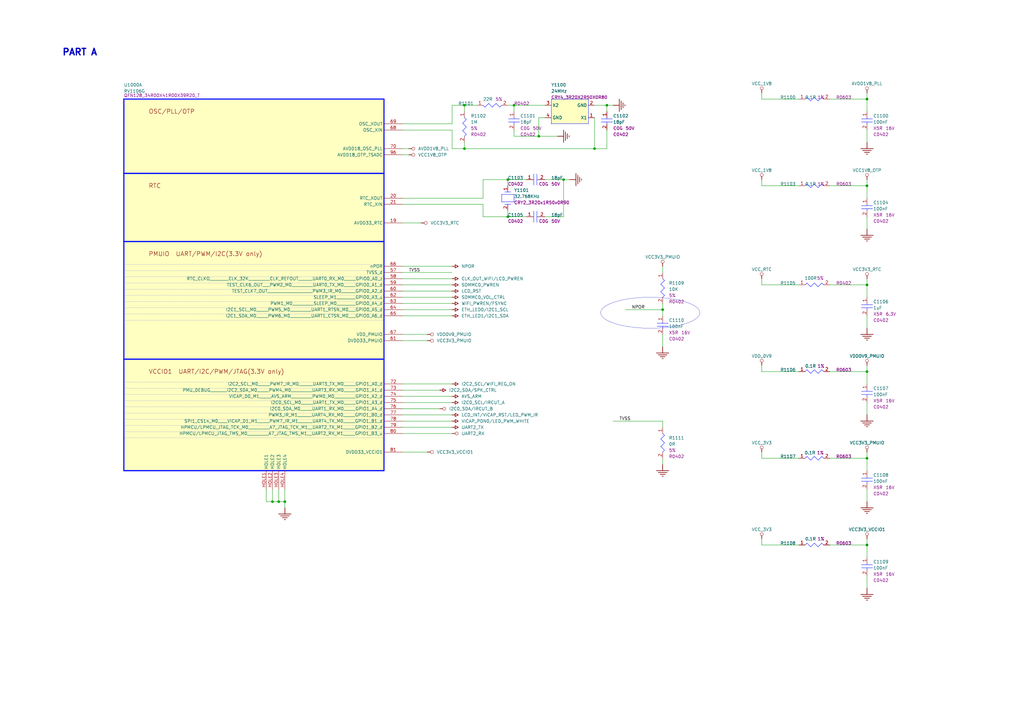
<source format=kicad_sch>
(kicad_sch (version 20250114) (generator "eeschema") (generator_version "9.0")
  (paper "User" 419.989 297.002)
  (bezier (pts (xy 246.38 128.27) (xy 246.38 131.777) (xy 255.4775 134.62) (xy 266.7 134.62)) (stroke (width 0.0254)))
  (bezier (pts (xy 266.7 121.92) (xy 255.4775 121.92) (xy 246.38 124.7629) (xy 246.38 128.27)) (stroke (width 0.0254)))
  (bezier (pts (xy 266.7 134.62) (xy 277.9224 134.62) (xy 287.02 131.777) (xy 287.02 128.27)) (stroke (width 0.0254)))
  (bezier (pts (xy 287.02 128.27) (xy 287.02 124.7629) (xy 277.9224 121.92) (xy 266.7 121.92)) (stroke (width 0.0254)))
  (text "PART A" (at 25.4 23.114 0) (effects (font (size 2.667 2.667) (thickness 0.5334) (bold yes)) (justify left bottom)))
  (junction (at 355.6 152.4))
  (junction (at 355.6 40.64))
  (junction (at 190.5 60.96))
  (junction (at 355.6 116.84))
  (junction (at 271.78 127))
  (junction (at 248.92 43.18))
  (junction (at 111.76 205.74))
  (junction (at 243.84 60.96))
  (junction (at 355.6 223.52))
  (junction (at 208.28 88.9))
  (junction (at 190.5 43.18))
  (junction (at 116.84 205.74))
  (junction (at 114.3 205.74))
  (junction (at 355.6 187.96))
  (junction (at 355.6 76.2))
  (junction (at 231.14 73.66))
  (junction (at 208.28 73.66))
  (junction (at 210.82 43.18))
  (junction (at 220.98 55.88))
  (wire (pts (xy 271.78 129.54) (xy 271.78 127)))
  (wire (pts (xy 165.1 116.84) (xy 185.42 116.84)))
  (wire (pts (xy 165.1 157.48) (xy 185.42 157.48)))
  (wire (pts (xy 165.1 119.38) (xy 185.42 119.38)))
  (wire (pts (xy 198.12 73.66) (xy 208.28 73.66)))
  (wire (pts (xy 327.66 152.4) (xy 312.42 152.4)))
  (wire (pts (xy 165.1 81.28) (xy 198.12 81.28)))
  (wire (pts (xy 165.1 63.5) (xy 167.64 63.5)))
  (wire (pts (xy 312.42 187.96) (xy 312.42 185.42)))
  (wire (pts (xy 165.1 50.8) (xy 185.42 50.8)))
  (wire (pts (xy 165.1 53.34) (xy 185.42 53.34)))
  (wire (pts (xy 355.6 228.6) (xy 355.6 223.52)))
  (wire (pts (xy 210.82 45.72) (xy 210.82 43.18)))
  (wire (pts (xy 271.78 142.24) (xy 271.78 137.16)))
  (wire (pts (xy 215.9 88.9) (xy 208.28 88.9)))
  (wire (pts (xy 165.1 160.02) (xy 180.34 160.02)))
  (wire (pts (xy 109.22 205.74) (xy 111.76 205.74)))
  (wire (pts (xy 190.5 60.96) (xy 190.5 58.42)))
  (wire (pts (xy 355.6 149.86) (xy 355.6 152.4)))
  (wire (pts (xy 165.1 165.1) (xy 185.42 165.1)))
  (wire (pts (xy 116.84 208.28) (xy 116.84 205.74)))
  (wire (pts (xy 271.78 172.72) (xy 251.46 172.72)))
  (wire (pts (xy 190.5 45.72) (xy 190.5 43.18)))
  (wire (pts (xy 223.52 48.26) (xy 220.98 48.26)))
  (wire (pts (xy 355.6 58.42) (xy 355.6 53.34)))
  (wire (pts (xy 116.84 205.74) (xy 116.84 200.66)))
  (wire (pts (xy 248.92 53.34) (xy 248.92 60.96)))
  (wire (pts (xy 185.42 60.96) (xy 190.5 60.96)))
  (wire (pts (xy 355.6 116.84) (xy 340.36 116.84)))
  (wire (pts (xy 243.84 43.18) (xy 248.92 43.18)))
  (wire (pts (xy 165.1 139.7) (xy 175.26 139.7)))
  (wire (pts (xy 111.76 200.66) (xy 111.76 205.74)))
  (wire (pts (xy 114.3 200.66) (xy 114.3 205.74)))
  (wire (pts (xy 355.6 45.72) (xy 355.6 40.64)))
  (wire (pts (xy 312.42 152.4) (xy 312.42 149.86)))
  (wire (pts (xy 355.6 121.92) (xy 355.6 116.84)))
  (wire (pts (xy 355.6 76.2) (xy 355.6 73.66)))
  (wire (pts (xy 312.42 223.52) (xy 312.42 220.98)))
  (wire (pts (xy 228.6 55.88) (xy 220.98 55.88)))
  (wire (pts (xy 165.1 121.92) (xy 185.42 121.92)))
  (wire (pts (xy 165.1 172.72) (xy 185.42 172.72)))
  (wire (pts (xy 223.52 73.66) (xy 231.14 73.66)))
  (wire (pts (xy 355.6 241.3) (xy 355.6 236.22)))
  (wire (pts (xy 355.6 157.48) (xy 355.6 152.4)))
  (wire (pts (xy 165.1 185.42) (xy 175.26 185.42)))
  (wire (pts (xy 248.92 43.18) (xy 248.92 45.72)))
  (wire (pts (xy 208.28 88.9) (xy 208.28 86.36)))
  (wire (pts (xy 355.6 205.74) (xy 355.6 200.66)))
  (wire (pts (xy 111.76 205.74) (xy 114.3 205.74)))
  (wire (pts (xy 231.14 73.66) (xy 233.68 73.66)))
  (wire (pts (xy 355.6 223.52) (xy 340.36 223.52)))
  (wire (pts (xy 210.82 55.88) (xy 210.82 53.34)))
  (wire (pts (xy 165.1 170.18) (xy 185.42 170.18)))
  (wire (pts (xy 185.42 111.76) (xy 165.1 111.76)))
  (wire (pts (xy 271.78 175.26) (xy 271.78 172.72)))
  (wire (pts (xy 355.6 170.18) (xy 355.6 165.1)))
  (wire (pts (xy 208.28 43.18) (xy 210.82 43.18)))
  (wire (pts (xy 210.82 43.18) (xy 223.52 43.18)))
  (wire (pts (xy 165.1 124.46) (xy 185.42 124.46)))
  (wire (pts (xy 165.1 91.44) (xy 172.72 91.44)))
  (wire (pts (xy 231.14 73.66) (xy 231.14 88.9)))
  (wire (pts (xy 327.66 116.84) (xy 312.42 116.84)))
  (wire (pts (xy 165.1 109.22) (xy 185.42 109.22)))
  (wire (pts (xy 327.66 187.96) (xy 312.42 187.96)))
  (wire (pts (xy 165.1 127) (xy 185.42 127)))
  (wire (pts (xy 355.6 193.04) (xy 355.6 187.96)))
  (wire (pts (xy 355.6 76.2) (xy 340.36 76.2)))
  (wire (pts (xy 355.6 38.1) (xy 355.6 40.64)))
  (wire (pts (xy 185.42 53.34) (xy 185.42 60.96)))
  (wire (pts (xy 327.66 40.64) (xy 312.42 40.64)))
  (wire (pts (xy 243.84 60.96) (xy 243.84 48.26)))
  (wire (pts (xy 327.66 223.52) (xy 312.42 223.52)))
  (wire (pts (xy 312.42 116.84) (xy 312.42 114.3)))
  (wire (pts (xy 165.1 114.3) (xy 185.42 114.3)))
  (wire (pts (xy 215.9 73.66) (xy 208.28 73.66)))
  (wire (pts (xy 220.98 55.88) (xy 210.82 55.88)))
  (wire (pts (xy 355.6 152.4) (xy 340.36 152.4)))
  (wire (pts (xy 165.1 175.26) (xy 185.42 175.26)))
  (wire (pts (xy 312.42 40.64) (xy 312.42 38.1)))
  (wire (pts (xy 355.6 185.42) (xy 355.6 187.96)))
  (wire (pts (xy 198.12 81.28) (xy 198.12 73.66)))
  (wire (pts (xy 355.6 88.9) (xy 355.6 93.98)))
  (wire (pts (xy 231.14 88.9) (xy 223.52 88.9)))
  (wire (pts (xy 185.42 43.18) (xy 190.5 43.18)))
  (wire (pts (xy 271.78 127) (xy 256.54 127)))
  (wire (pts (xy 198.12 88.9) (xy 198.12 83.82)))
  (wire (pts (xy 355.6 134.62) (xy 355.6 129.54)))
  (wire (pts (xy 355.6 114.3) (xy 355.6 116.84)))
  (wire (pts (xy 114.3 205.74) (xy 116.84 205.74)))
  (wire (pts (xy 220.98 48.26) (xy 220.98 55.88)))
  (wire (pts (xy 165.1 137.16) (xy 175.26 137.16)))
  (wire (pts (xy 271.78 111.76) (xy 271.78 109.22)))
  (wire (pts (xy 355.6 40.64) (xy 340.36 40.64)))
  (wire (pts (xy 185.42 50.8) (xy 185.42 43.18)))
  (wire (pts (xy 271.78 190.5) (xy 271.78 187.96)))
  (wire (pts (xy 208.28 73.66) (xy 208.28 76.2)))
  (wire (pts (xy 198.12 83.82) (xy 165.1 83.82)))
  (wire (pts (xy 251.46 43.18) (xy 248.92 43.18)))
  (wire (pts (xy 355.6 81.28) (xy 355.6 76.2)))
  (wire (pts (xy 109.22 200.66) (xy 109.22 205.74)))
  (wire (pts (xy 355.6 187.96) (xy 340.36 187.96)))
  (wire (pts (xy 327.66 76.2) (xy 312.42 76.2)))
  (wire (pts (xy 312.42 76.2) (xy 312.42 73.66)))
  (wire (pts (xy 271.78 127) (xy 271.78 124.46)))
  (wire (pts (xy 208.28 88.9) (xy 198.12 88.9)))
  (wire (pts (xy 165.1 162.56) (xy 185.42 162.56)))
  (wire (pts (xy 165.1 129.54) (xy 185.42 129.54)))
  (wire (pts (xy 248.92 60.96) (xy 243.84 60.96)))
  (wire (pts (xy 190.5 43.18) (xy 195.58 43.18)))
  (wire (pts (xy 355.6 223.52) (xy 355.6 220.98)))
  (wire (pts (xy 165.1 177.8) (xy 185.42 177.8)))
  (wire (pts (xy 243.84 60.96) (xy 190.5 60.96)))
  (wire (pts (xy 165.1 167.64) (xy 180.34 167.64)))
  (wire (pts (xy 165.1 60.96) (xy 167.64 60.96)))
  (label "TVSS" (at 254 172.72 0))
  (label "NPOR" (at 259.08 127 0))
  (label "TVSS" (at 167.64 111.76 0))
  (symbol (lib_id "RV1106G_EVB1_V11_20220401LX-altium-import:I2C2_SDA/SPK_CTRL_ARROW") (at 180.34 160.02 90) (unit 1)
    (property "Reference" "#PWR?" (effects (hide yes)))
    (property "Value" "I2C2_SDA/SPK_CTRL" (at 184.15 160.02 90) (effects (justify right)))
  )
  (symbol (lib_id "RV1106G_EVB1_V11_20220401LX-altium-import:GND_POWER_GROUND") (at 116.84 208.28 0) (unit 1)
    (property "Reference" "#PWR?" (effects (hide yes)))
    (property "Value" "GND" (effects (hide yes)))
  )
  (symbol (lib_id "RV1106G_EVB1_V11_20220401LX-altium-import:VDD_0V9_CIRCLE") (at 312.42 149.86 180) (unit 1)
    (property "Reference" "#PWR?" (effects (hide yes)))
    (property "Value" "VDD_0V9" (at 312.42 146.05 0))
  )
  (symbol (lib_id "*:root_1_CAP NP_*") (at 218.44 91.44 0) (unit 1)
    (property "Reference" "C1105" (at 208.28 88.9 0) (effects (justify left bottom)))
    (property "Value" "18pF" (at 226.06 88.9 0) (effects (justify left bottom)))
    (property "Footprint" "C0402" (effects (hide yes)))
    (property "Description" "cap,18.00pF,+/-5%,50V,C0G,C0402" (effects (hide yes)))
    (property "DIELECTRIC" "C0G" (at 220.98 91.44 0) (effects (justify left bottom)))
    (property "PCB FOOTPRINT" "C0402" (at 208.28 91.44 0) (effects (justify left bottom)))
    (property "VOLTAGE" "50V" (at 226.06 91.44 0) (effects (justify left bottom)))
    (property "CREATED BY" "JJJ" (effects (hide yes)))
    (property "MANUFACTURER PN" "C1005C0G1H180J050BA" (effects (hide yes)))
    (property "MANUFACTURER" "TDK" (effects (hide yes)))
    (property "TOLERANCE" "5%" (effects (hide yes)))
    (property "PART TYPE" "C0402" (effects (hide yes)))
    (property "PRIORITY" "A" (effects (hide yes)))
    (property "RK PN" "C1005C0G1H180J050BA" (effects (hide yes)))
  )
  (symbol (lib_id "*:root_0_RESISTOR_Dup1_*") (at 269.24 114.3 0) (unit 1)
    (property "Reference" "R1109" (at 274.32 116.84 0) (effects (justify left bottom)))
    (property "Value" "10K" (at 274.32 119.38 0) (effects (justify left bottom)))
    (property "Footprint" "R0402" (effects (hide yes)))
    (property "Description" "通用厚膜电阻,10K,+/-5%,R0402,1/16W." (effects (hide yes)))
    (property "PCB FOOTPRINT" "R0402" (at 274.32 124.46 0) (effects (justify left bottom)))
    (property "TOLERANCE" "5%" (at 274.32 121.92 0) (effects (justify left bottom)))
    (property "RK PN" "RC0402JR-0710KL" (effects (hide yes)))
    (property "PRIORITY" "A" (effects (hide yes)))
    (property "PART TYPE" "通用厚膜电阻" (effects (hide yes)))
    (property "WATTAGE" "1/16W" (effects (hide yes)))
    (property "MANUFACTURER" "YAGEO" (effects (hide yes)))
    (property "MANUFACTURER PN" "RC0402JR-0710KL" (effects (hide yes)))
    (property "CREATED BY" "YTL" (effects (hide yes)))
  )
  (symbol (lib_id "*:root_1_RESISTOR_Dup1_*") (at 330.2 226.06 0) (unit 1)
    (property "Reference" "R1108" (at 320.04 223.52 0) (effects (justify left bottom)))
    (property "Value" "0.1R" (at 330.2 221.742 0) (effects (justify left bottom)))
    (property "Footprint" "R0402" (effects (hide yes)))
    (property "Description" "厚膜低阻值电阻,0R1,+/-1%,R0603,1/10W." (effects (hide yes)))
    (property "PCB FOOTPRINT" "R0603" (at 342.9 223.52 0) (effects (justify left bottom)))
    (property "TOLERANCE" "1%" (at 335.28 221.742 0) (effects (justify left bottom)))
    (property "CREATED BY" "YTL" (effects (hide yes)))
    (property "MANUFACTURER PN" "RL0603FR-070R1L" (effects (hide yes)))
    (property "MANUFACTURER" "YAGEO" (effects (hide yes)))
    (property "WATTAGE" "1/10W" (effects (hide yes)))
    (property "PART TYPE" "厚膜低阻值电阻" (effects (hide yes)))
    (property "PRIORITY" "A" (effects (hide yes)))
    (property "RK PN" "RL0603FR-070R1L" (effects (hide yes)))
  )
  (symbol (lib_id "RV1106G_EVB1_V11_20220401LX-altium-import:I2C0_SCL/IRCUT_A_ARROW") (at 185.42 165.1 90) (unit 1)
    (property "Reference" "#PWR?" (effects (hide yes)))
    (property "Value" "I2C0_SCL/IRCUT_A" (at 189.23 165.1 90) (effects (justify right)))
  )
  (symbol (lib_id "*:root_0_CAP NP_*") (at 269.24 132.08 0) (unit 1)
    (property "Reference" "C1110" (at 274.32 132.08 0) (effects (justify left bottom)))
    (property "Value" "100nF" (at 274.32 134.62 0) (effects (justify left bottom)))
    (property "Footprint" "C0402" (effects (hide yes)))
    (property "Description" "cap,100.00nF,+/-10%,16V,X5R,C0402" (effects (hide yes)))
    (property "DIELECTRIC" "X5R" (at 274.32 137.16 0) (effects (justify left bottom)))
    (property "PCB FOOTPRINT" "C0402" (at 274.32 139.7 0) (effects (justify left bottom)))
    (property "VOLTAGE" "16V" (at 279.4 137.16 0) (effects (justify left bottom)))
    (property "RK PN" "C1005X5R1C104K050BA" (effects (hide yes)))
    (property "PRIORITY" "A" (effects (hide yes)))
    (property "PART TYPE" "C0402" (effects (hide yes)))
    (property "TOLERANCE" "10%" (effects (hide yes)))
    (property "MANUFACTURER" "TDK" (effects (hide yes)))
    (property "MANUFACTURER PN" "C1005X5R1C104K050BA" (effects (hide yes)))
    (property "CREATED BY" "JJJ" (effects (hide yes)))
  )
  (symbol (lib_id "RV1106G_EVB1_V11_20220401LX-altium-import:AVS_ARM_ARROW") (at 185.42 162.56 90) (unit 1)
    (property "Reference" "#PWR?" (effects (hide yes)))
    (property "Value" "AVS_ARM" (at 189.23 162.56 90) (effects (justify right)))
  )
  (symbol (lib_id "RV1106G_EVB1_V11_20220401LX-altium-import:VCC3V3_RTC_CIRCLE") (at 172.72 91.44 90) (unit 1)
    (property "Reference" "#PWR?" (effects (hide yes)))
    (property "Value" "VCC3V3_RTC" (at 176.53 91.44 90) (effects (justify right)))
  )
  (symbol (lib_id "*:root_2_CRYSTAL_4P_*") (at 241.3 50.8 0) (unit 1)
    (property "Reference" "Y1100" (at 226.06 35.56 0) (effects (justify left bottom)))
    (property "Value" "24MHz" (at 226.06 38.1 0) (effects (justify left bottom)))
    (property "Footprint" "CRY-3225" (effects (hide yes)))
    (property "Description" "无源晶振，24M，3225,±10ppm，12pF，Hosonic" (effects (hide yes)))
    (property "PCB FOOTPRINT" "CRY4_3R20X2R50X0R80" (at 226.06 40.64 0) (effects (justify left bottom)))
    (property "RK PN" "E3SB24.0000F12E11" (effects (hide yes)))
    (property "PRIORITY" "A" (effects (hide yes)))
    (property "PART TYPE" "CRYSTAL" (effects (hide yes)))
    (property "MANUFACTURER" "Hosonic(鸿星电子)" (effects (hide yes)))
    (property "MANUFACTURER PN" "E3SB24.0000F12E11" (effects (hide yes)))
    (property "CREATED BY" "JJJ" (effects (hide yes)))
  )
  (symbol (lib_id "*:root_0_CAP NP_*") (at 353.06 160.02 0) (unit 1)
    (property "Reference" "C1107" (at 358.14 160.02 0) (effects (justify left bottom)))
    (property "Value" "100nF" (at 358.14 162.56 0) (effects (justify left bottom)))
    (property "Footprint" "C0402" (effects (hide yes)))
    (property "Description" "cap,100.00nF,+/-10%,16V,X5R,C0402" (effects (hide yes)))
    (property "DIELECTRIC" "X5R" (at 358.14 165.1 0) (effects (justify left bottom)))
    (property "PCB FOOTPRINT" "C0402" (at 358.14 167.64 0) (effects (justify left bottom)))
    (property "VOLTAGE" "16V" (at 363.22 165.1 0) (effects (justify left bottom)))
    (property "RK PN" "C1005X5R1C104K050BA" (effects (hide yes)))
    (property "PRIORITY" "A" (effects (hide yes)))
    (property "PART TYPE" "C0402" (effects (hide yes)))
    (property "TOLERANCE" "10%" (effects (hide yes)))
    (property "MANUFACTURER" "TDK" (effects (hide yes)))
    (property "MANUFACTURER PN" "C1005X5R1C104K050BA" (effects (hide yes)))
    (property "CREATED BY" "JJJ" (effects (hide yes)))
  )
  (symbol (lib_id "RV1106G_EVB1_V11_20220401LX-altium-import:VCC_3V3_CIRCLE") (at 312.42 220.98 180) (unit 1)
    (property "Reference" "#PWR?" (effects (hide yes)))
    (property "Value" "VCC_3V3" (at 312.42 217.17 0))
  )
  (symbol (lib_id "RV1106G_EVB1_V11_20220401LX-altium-import:GND_POWER_GROUND") (at 355.6 93.98 0) (unit 1)
    (property "Reference" "#PWR?" (effects (hide yes)))
    (property "Value" "GND" (effects (hide yes)))
  )
  (symbol (lib_id "RV1106G_EVB1_V11_20220401LX-altium-import:SDMMC0_VOL_CTRL_ARROW") (at 185.42 121.92 90) (unit 1)
    (property "Reference" "#PWR?" (effects (hide yes)))
    (property "Value" "SDMMC0_VOL_CTRL" (at 189.23 121.92 90) (effects (justify right)))
  )
  (symbol (lib_id "*:root_0_CAP NP_*") (at 353.06 231.14 0) (unit 1)
    (property "Reference" "C1109" (at 358.14 231.14 0) (effects (justify left bottom)))
    (property "Value" "100nF" (at 358.14 233.68 0) (effects (justify left bottom)))
    (property "Footprint" "C0402" (effects (hide yes)))
    (property "Description" "cap,100.00nF,+/-10%,16V,X5R,C0402" (effects (hide yes)))
    (property "DIELECTRIC" "X5R" (at 358.14 236.22 0) (effects (justify left bottom)))
    (property "PCB FOOTPRINT" "C0402" (at 358.14 238.76 0) (effects (justify left bottom)))
    (property "VOLTAGE" "16V" (at 363.22 236.22 0) (effects (justify left bottom)))
    (property "RK PN" "C1005X5R1C104K050BA" (effects (hide yes)))
    (property "PRIORITY" "A" (effects (hide yes)))
    (property "PART TYPE" "C0402" (effects (hide yes)))
    (property "TOLERANCE" "10%" (effects (hide yes)))
    (property "MANUFACTURER" "TDK" (effects (hide yes)))
    (property "MANUFACTURER PN" "C1005X5R1C104K050BA" (effects (hide yes)))
    (property "CREATED BY" "JJJ" (effects (hide yes)))
  )
  (symbol (lib_id "RV1106G_EVB1_V11_20220401LX-altium-import:VDD0V9_PMUIO_CIRCLE") (at 175.26 137.16 90) (unit 1)
    (property "Reference" "#PWR?" (effects (hide yes)))
    (property "Value" "VDD0V9_PMUIO" (at 179.07 137.16 90) (effects (justify right)))
  )
  (symbol (lib_name "root_1_RESISTOR_Dup1_*_1") (lib_id "*:root_1_RESISTOR_Dup1_*") (at 330.2 119.38 0) (unit 1)
    (property "Reference" "R1105" (at 320.04 116.84 0) (effects (justify left bottom)))
    (property "Value" "100R" (at 329.946 114.808 0) (effects (justify left bottom)))
    (property "Footprint" "R0402" (effects (hide yes)))
    (property "Description" "通用厚膜电阻,100R,+/-5%,R0402,1/16W." (effects (hide yes)))
    (property "PCB FOOTPRINT" "R0402" (at 342.9 116.84 0) (effects (justify left bottom)))
    (property "TOLERANCE" "5%" (at 335.026 114.808 0) (effects (justify left bottom)))
    (property "RK PN" "RC0402JR-07100RL" (effects (hide yes)))
    (property "PRIORITY" "A" (effects (hide yes)))
    (property "PART TYPE" "通用厚膜电阻" (effects (hide yes)))
    (property "WATTAGE" "1/16W" (effects (hide yes)))
    (property "MANUFACTURER" "YAGEO" (effects (hide yes)))
    (property "MANUFACTURER PN" "RC0402JR-07100RL" (effects (hide yes)))
    (property "CREATED BY" "YTL" (effects (hide yes)))
  )
  (symbol (lib_id "*:root_0_CAP NP_*") (at 353.06 195.58 0) (unit 1)
    (property "Reference" "C1108" (at 358.14 195.58 0) (effects (justify left bottom)))
    (property "Value" "100nF" (at 358.14 198.12 0) (effects (justify left bottom)))
    (property "Footprint" "C0402" (effects (hide yes)))
    (property "Description" "cap,100.00nF,+/-10%,16V,X5R,C0402" (effects (hide yes)))
    (property "DIELECTRIC" "X5R" (at 358.14 200.66 0) (effects (justify left bottom)))
    (property "PCB FOOTPRINT" "C0402" (at 358.14 203.2 0) (effects (justify left bottom)))
    (property "VOLTAGE" "16V" (at 363.22 200.66 0) (effects (justify left bottom)))
    (property "RK PN" "C1005X5R1C104K050BA" (effects (hide yes)))
    (property "PRIORITY" "A" (effects (hide yes)))
    (property "PART TYPE" "C0402" (effects (hide yes)))
    (property "TOLERANCE" "10%" (effects (hide yes)))
    (property "MANUFACTURER" "TDK" (effects (hide yes)))
    (property "MANUFACTURER PN" "C1005X5R1C104K050BA" (effects (hide yes)))
    (property "CREATED BY" "JJJ" (effects (hide yes)))
  )
  (symbol (lib_id "*:root_1_RESISTOR_Dup1_*") (at 330.2 190.5 0) (unit 1)
    (property "Reference" "R1107" (at 320.04 187.96 0) (effects (justify left bottom)))
    (property "Value" "0.1R" (at 329.946 186.436 0) (effects (justify left bottom)))
    (property "Footprint" "R0402" (effects (hide yes)))
    (property "Description" "厚膜低阻值电阻,0R1,+/-1%,R0603,1/10W." (effects (hide yes)))
    (property "PCB FOOTPRINT" "R0603" (at 342.9 187.96 0) (effects (justify left bottom)))
    (property "TOLERANCE" "1%" (at 335.026 186.436 0) (effects (justify left bottom)))
    (property "RK PN" "RL0603FR-070R1L" (effects (hide yes)))
    (property "PRIORITY" "A" (effects (hide yes)))
    (property "PART TYPE" "厚膜低阻值电阻" (effects (hide yes)))
    (property "WATTAGE" "1/10W" (effects (hide yes)))
    (property "MANUFACTURER" "YAGEO" (effects (hide yes)))
    (property "MANUFACTURER PN" "RL0603FR-070R1L" (effects (hide yes)))
    (property "CREATED BY" "YTL" (effects (hide yes)))
  )
  (symbol (lib_id "RV1106G_EVB1_V11_20220401LX-altium-import:AVDD1V8_PLL_CIRCLE") (at 355.6 38.1 180) (unit 1)
    (property "Reference" "#PWR?" (effects (hide yes)))
    (property "Value" "AVDD1V8_PLL" (at 355.6 34.29 0))
  )
  (symbol (lib_id "*:root_1_RESISTOR_Dup1_*") (at 330.2 78.74 0) (unit 1)
    (property "Reference" "R1103" (at 320.04 76.2 0) (effects (justify left bottom)))
    (property "Value" "0.1R" (at 330.2 76.2 0) (effects (justify left bottom)))
    (property "Footprint" "R0402" (effects (hide yes)))
    (property "Description" "厚膜低阻值电阻,0R1,+/-1%,R0603,1/10W." (effects (hide yes)))
    (property "PCB FOOTPRINT" "R0603" (at 342.9 76.2 0) (effects (justify left bottom)))
    (property "TOLERANCE" "1%" (at 335.28 76.2 0) (effects (justify left bottom)))
    (property "RK PN" "RL0603FR-070R1L" (effects (hide yes)))
    (property "PRIORITY" "A" (effects (hide yes)))
    (property "PART TYPE" "厚膜低阻值电阻" (effects (hide yes)))
    (property "WATTAGE" "1/10W" (effects (hide yes)))
    (property "MANUFACTURER" "YAGEO" (effects (hide yes)))
    (property "MANUFACTURER PN" "RL0603FR-070R1L" (effects (hide yes)))
    (property "CREATED BY" "YTL" (effects (hide yes)))
  )
  (symbol (lib_id "RV1106G_EVB1_V11_20220401LX-altium-import:VCC1V8_OTP_CIRCLE") (at 355.6 73.66 180) (unit 1)
    (property "Reference" "#PWR?" (effects (hide yes)))
    (property "Value" "VCC1V8_OTP" (at 355.6 69.85 0))
  )
  (symbol (lib_id "RV1106G_EVB1_V11_20220401LX-altium-import:VCC_1V8_CIRCLE") (at 312.42 73.66 180) (unit 1)
    (property "Reference" "#PWR?" (effects (hide yes)))
    (property "Value" "VCC_1V8" (at 312.42 69.85 0))
  )
  (symbol (lib_id "RV1106G_EVB1_V11_20220401LX-altium-import:SDMMC0_PWREN_ARROW") (at 185.42 116.84 90) (unit 1)
    (property "Reference" "#PWR?" (effects (hide yes)))
    (property "Value" "SDMMC0_PWREN" (at 189.23 116.84 90) (effects (justify right)))
  )
  (symbol (lib_id "RV1106G_EVB1_V11_20220401LX-altium-import:GND_POWER_GROUND") (at 355.6 170.18 0) (unit 1)
    (property "Reference" "#PWR?" (effects (hide yes)))
    (property "Value" "GND" (effects (hide yes)))
  )
  (symbol (lib_id "RV1106G_EVB1_V11_20220401LX-altium-import:LCD_RST_ARROW") (at 185.42 119.38 90) (unit 1)
    (property "Reference" "#PWR?" (effects (hide yes)))
    (property "Value" "LCD_RST" (at 189.23 119.38 90) (effects (justify right)))
  )
  (symbol (lib_id "RV1106G_EVB1_V11_20220401LX-altium-import:GND_POWER_GROUND") (at 355.6 241.3 0) (unit 1)
    (property "Reference" "#PWR?" (effects (hide yes)))
    (property "Value" "GND" (effects (hide yes)))
  )
  (symbol (lib_id "RV1106G_EVB1_V11_20220401LX-altium-import:CLK_OUT_WIFI/LCD_PWREN_ARROW") (at 185.42 114.3 90) (unit 1)
    (property "Reference" "#PWR?" (effects (hide yes)))
    (property "Value" "CLK_OUT_WIFI/LCD_PWREN" (at 189.23 114.3 90) (effects (justify right)))
  )
  (symbol (lib_id "RV1106G_EVB1_V11_20220401LX-altium-import:UART2_RX_CIRCLE") (at 185.42 177.8 90) (unit 1)
    (property "Reference" "#PWR?" (effects (hide yes)))
    (property "Value" "UART2_RX" (at 189.23 177.8 90) (effects (justify right)))
  )
  (symbol (lib_id "RV1106G_EVB1_V11_20220401LX-altium-import:VCC1V8_OTP_CIRCLE") (at 167.64 63.5 90) (unit 1)
    (property "Reference" "#PWR?" (effects (hide yes)))
    (property "Value" "VCC1V8_OTP" (at 171.45 63.5 90) (effects (justify right)))
  )
  (symbol (lib_id "RV1106G_EVB1_V11_20220401LX-altium-import:WIFI_PWREN/FSYNC_ARROW") (at 185.42 124.46 90) (unit 1)
    (property "Reference" "#PWR?" (effects (hide yes)))
    (property "Value" "WIFI_PWREN/FSYNC" (at 189.23 124.46 90) (effects (justify right)))
  )
  (symbol (lib_name "root_0_RESISTOR_Dup1_*_1") (lib_id "*:root_0_RESISTOR_Dup1_*") (at 269.24 177.8 0) (unit 1)
    (property "Reference" "R1111" (at 274.32 180.34 0) (effects (justify left bottom)))
    (property "Value" "0R" (at 274.32 182.88 0) (effects (justify left bottom)))
    (property "Footprint" "R0402" (effects (hide yes)))
    (property "Description" "通用厚膜电阻,0R,+/-5%,R0402,1/16W." (effects (hide yes)))
    (property "PCB FOOTPRINT" "R0402" (at 274.32 187.96 0) (effects (justify left bottom)))
    (property "TOLERANCE" "5%" (at 274.32 185.42 0) (effects (justify left bottom)))
    (property "CREATED BY" "YTL" (effects (hide yes)))
    (property "MANUFACTURER PN" "RC0402JR-070RL" (effects (hide yes)))
    (property "MANUFACTURER" "YAGEO" (effects (hide yes)))
    (property "WATTAGE" "1/16W" (effects (hide yes)))
    (property "PART TYPE" "通用厚膜电阻" (effects (hide yes)))
    (property "PRIORITY" "A" (effects (hide yes)))
    (property "RK PN" "RC0402JR-070RL" (effects (hide yes)))
  )
  (symbol (lib_id "*:root_3_mirrored_CRYSTAL_2P_*") (at 205.74 78.74 0) (unit 1)
    (property "Reference" "Y1101" (at 210.82 78.74 0) (effects (justify left bottom)))
    (property "Value" "32.768KHz" (at 210.82 81.28 0) (effects (justify left bottom)))
    (property "Footprint" "CRY2_3R20x1R50x0R90" (effects (hide yes)))
    (property "Description" "无源晶振，32.768KHz,±20ppm，12.5pF" (effects (hide yes)))
    (property "PCB FOOTPRINT" "CRY2_3R20x1R50x0R90" (at 210.82 83.82 0) (effects (justify left bottom)))
    (property "CREATED BY" "YWQ" (effects (hide yes)))
    (property "MANUFACTURER PN" "SF-3215" (effects (hide yes)))
    (property "MANUFACTURER" "TKD(泰晶)" (effects (hide yes)))
    (property "PART TYPE" "CRYSTAL" (effects (hide yes)))
    (property "PRIORITY" "A" (effects (hide yes)))
    (property "RK PN" "SF-3215" (effects (hide yes)))
  )
  (symbol (lib_id "RV1106G_EVB1_V11_20220401LX-altium-import:GND_POWER_GROUND") (at 228.6 55.88 90) (unit 1)
    (property "Reference" "#PWR?" (effects (hide yes)))
    (property "Value" "GND" (effects (hide yes)))
  )
  (symbol (lib_id "RV1106G_EVB1_V11_20220401LX-altium-import:GND_POWER_GROUND") (at 355.6 58.42 0) (unit 1)
    (property "Reference" "#PWR?" (effects (hide yes)))
    (property "Value" "GND" (effects (hide yes)))
  )
  (symbol (lib_id "*:root_0_CAP NP_*") (at 353.06 83.82 0) (unit 1)
    (property "Reference" "C1104" (at 358.14 83.82 0) (effects (justify left bottom)))
    (property "Value" "100nF" (at 358.14 86.36 0) (effects (justify left bottom)))
    (property "Footprint" "C0402" (effects (hide yes)))
    (property "Description" "cap,100.00nF,+/-10%,16V,X5R,C0402" (effects (hide yes)))
    (property "DIELECTRIC" "X5R" (at 358.14 88.9 0) (effects (justify left bottom)))
    (property "PCB FOOTPRINT" "C0402" (at 358.14 91.44 0) (effects (justify left bottom)))
    (property "VOLTAGE" "16V" (at 363.22 88.9 0) (effects (justify left bottom)))
    (property "CREATED BY" "JJJ" (effects (hide yes)))
    (property "MANUFACTURER PN" "C1005X5R1C104K050BA" (effects (hide yes)))
    (property "MANUFACTURER" "TDK" (effects (hide yes)))
    (property "TOLERANCE" "10%" (effects (hide yes)))
    (property "PART TYPE" "C0402" (effects (hide yes)))
    (property "PRIORITY" "A" (effects (hide yes)))
    (property "RK PN" "C1005X5R1C104K050BA" (effects (hide yes)))
  )
  (symbol (lib_id "RV1106G_EVB1_V11_20220401LX-altium-import:VCC_RTC_CIRCLE") (at 312.42 114.3 180) (unit 1)
    (property "Reference" "#PWR?" (effects (hide yes)))
    (property "Value" "VCC_RTC" (at 312.42 110.49 0))
  )
  (symbol (lib_id "RV1106G_EVB1_V11_20220401LX-altium-import:VCC_1V8_CIRCLE") (at 312.42 38.1 180) (unit 1)
    (property "Reference" "#PWR?" (effects (hide yes)))
    (property "Value" "VCC_1V8" (at 312.42 34.29 0))
  )
  (symbol (lib_id "RV1106G_EVB1_V11_20220401LX-altium-import:I2C2_SCL/WIFI_REG_ON_ARROW") (at 185.42 157.48 90) (unit 1)
    (property "Reference" "#PWR?" (effects (hide yes)))
    (property "Value" "I2C2_SCL/WIFI_REG_ON" (at 189.23 157.48 90) (effects (justify right)))
  )
  (symbol (lib_id "RV1106G_EVB1_V11_20220401LX-altium-import:VDD0V9_PMUIO_CIRCLE") (at 355.6 149.86 180) (unit 1)
    (property "Reference" "#PWR?" (effects (hide yes)))
    (property "Value" "VDD0V9_PMUIO" (at 355.6 146.05 0))
  )
  (symbol (lib_id "RV1106G_EVB1_V11_20220401LX-altium-import:ETH_LED1/I2C1_SDA_ARROW") (at 185.42 129.54 90) (unit 1)
    (property "Reference" "#PWR?" (effects (hide yes)))
    (property "Value" "ETH_LED1/I2C1_SDA" (at 189.23 129.54 90) (effects (justify right)))
  )
  (symbol (lib_id "*:root_1_RESISTOR_Dup1_*") (at 330.2 154.94 0) (unit 1)
    (property "Reference" "R1106" (at 320.04 152.4 0) (effects (justify left bottom)))
    (property "Value" "0.1R" (at 330.2 150.876 0) (effects (justify left bottom)))
    (property "Footprint" "R0402" (effects (hide yes)))
    (property "Description" "厚膜低阻值电阻,0R1,+/-1%,R0603,1/10W." (effects (hide yes)))
    (property "PCB FOOTPRINT" "R0603" (at 342.9 152.4 0) (effects (justify left bottom)))
    (property "TOLERANCE" "1%" (at 335.28 150.876 0) (effects (justify left bottom)))
    (property "CREATED BY" "YTL" (effects (hide yes)))
    (property "MANUFACTURER PN" "RL0603FR-070R1L" (effects (hide yes)))
    (property "MANUFACTURER" "YAGEO" (effects (hide yes)))
    (property "WATTAGE" "1/10W" (effects (hide yes)))
    (property "PART TYPE" "厚膜低阻值电阻" (effects (hide yes)))
    (property "PRIORITY" "A" (effects (hide yes)))
    (property "RK PN" "RL0603FR-070R1L" (effects (hide yes)))
  )
  (symbol (lib_name "root_0_RESISTOR_Dup1_*_2") (lib_id "*:root_0_RESISTOR_Dup1_*") (at 187.96 48.26 0) (unit 1)
    (property "Reference" "R1102" (at 193.04 48.26 0) (effects (justify left bottom)))
    (property "Value" "1M" (at 193.04 50.8 0) (effects (justify left bottom)))
    (property "Footprint" "R0402" (effects (hide yes)))
    (property "Description" "通用厚膜电阻,1M,+/-5%,R0402,1/16W." (effects (hide yes)))
    (property "PCB FOOTPRINT" "R0402" (at 193.04 55.88 0) (effects (justify left bottom)))
    (property "TOLERANCE" "5%" (at 193.04 53.34 0) (effects (justify left bottom)))
    (property "RK PN" "RC0402JR-071ML" (effects (hide yes)))
    (property "PRIORITY" "A" (effects (hide yes)))
    (property "PART TYPE" "通用厚膜电阻" (effects (hide yes)))
    (property "WATTAGE" "1/16W" (effects (hide yes)))
    (property "MANUFACTURER" "YAGEO" (effects (hide yes)))
    (property "MANUFACTURER PN" "RC0402JR-071ML" (effects (hide yes)))
    (property "CREATED BY" "YTL" (effects (hide yes)))
  )
  (symbol (lib_id "RV1106G_EVB1_V11_20220401LX-altium-import:VCC3V3_VCCIO1_CIRCLE") (at 355.6 220.98 180) (unit 1)
    (property "Reference" "#PWR?" (effects (hide yes)))
    (property "Value" "VCC3V3_VCCIO1" (at 355.6 217.17 0))
  )
  (symbol (lib_id "RV1106G_EVB1_V11_20220401LX-altium-import:GND_POWER_GROUND") (at 251.46 43.18 90) (unit 1)
    (property "Reference" "#PWR?" (effects (hide yes)))
    (property "Value" "GND" (effects (hide yes)))
  )
  (symbol (lib_id "RV1106G_EVB1_V11_20220401LX-altium-import:GND_POWER_GROUND") (at 355.6 205.74 0) (unit 1)
    (property "Reference" "#PWR?" (effects (hide yes)))
    (property "Value" "GND" (effects (hide yes)))
  )
  (symbol (lib_id "RV1106G_EVB1_V11_20220401LX-altium-import:AVDD1V8_PLL_CIRCLE") (at 167.64 60.96 90) (unit 1)
    (property "Reference" "#PWR?" (effects (hide yes)))
    (property "Value" "AVDD1V8_PLL" (at 171.45 60.96 90) (effects (justify right)))
  )
  (symbol (lib_id "RV1106G_EVB1_V11_20220401LX-altium-import:LCD_INT/VICAP_RST/LED_PWM_IR_ARROW") (at 185.42 170.18 90) (unit 1)
    (property "Reference" "#PWR?" (effects (hide yes)))
    (property "Value" "LCD_INT/VICAP_RST/LED_PWM_IR" (at 189.23 170.18 90) (effects (justify right)))
  )
  (symbol (lib_id "RV1106G_EVB1_V11_20220401LX-altium-import:VICAP_PDN0/LED_PWM_WHITE_ARROW") (at 185.42 172.72 90) (unit 1)
    (property "Reference" "#PWR?" (effects (hide yes)))
    (property "Value" "VICAP_PDN0/LED_PWM_WHITE" (at 189.23 172.72 90) (effects (justify right)))
  )
  (symbol (lib_id "*:root_1_RESISTOR_Dup1_*") (at 330.2 43.18 0) (unit 1)
    (property "Reference" "R1100" (at 320.04 40.64 0) (effects (justify left bottom)))
    (property "Value" "0.1R" (at 330.2 40.64 0) (effects (justify left bottom)))
    (property "Footprint" "R0402" (effects (hide yes)))
    (property "Description" "厚膜低阻值电阻,0R1,+/-1%,R0603,1/10W." (effects (hide yes)))
    (property "PCB FOOTPRINT" "R0603" (at 342.9 40.64 0) (effects (justify left bottom)))
    (property "TOLERANCE" "1%" (at 335.28 40.64 0) (effects (justify left bottom)))
    (property "RK PN" "RL0603FR-070R1L" (effects (hide yes)))
    (property "PRIORITY" "A" (effects (hide yes)))
    (property "PART TYPE" "厚膜低阻值电阻" (effects (hide yes)))
    (property "WATTAGE" "1/10W" (effects (hide yes)))
    (property "MANUFACTURER" "YAGEO" (effects (hide yes)))
    (property "MANUFACTURER PN" "RL0603FR-070R1L" (effects (hide yes)))
    (property "CREATED BY" "YTL" (effects (hide yes)))
  )
  (symbol (lib_id "*:root_1_CAP NP_*") (at 218.44 76.2 0) (unit 1)
    (property "Reference" "C1103" (at 208.28 73.66 0) (effects (justify left bottom)))
    (property "Value" "18pF" (at 226.06 73.66 0) (effects (justify left bottom)))
    (property "Footprint" "C0402" (effects (hide yes)))
    (property "Description" "cap,18.00pF,+/-5%,50V,C0G,C0402" (effects (hide yes)))
    (property "DIELECTRIC" "C0G" (at 220.98 76.2 0) (effects (justify left bottom)))
    (property "PCB FOOTPRINT" "C0402" (at 208.28 76.2 0) (effects (justify left bottom)))
    (property "VOLTAGE" "50V" (at 226.06 76.2 0) (effects (justify left bottom)))
    (property "RK PN" "C1005C0G1H180J050BA" (effects (hide yes)))
    (property "PRIORITY" "A" (effects (hide yes)))
    (property "PART TYPE" "C0402" (effects (hide yes)))
    (property "TOLERANCE" "5%" (effects (hide yes)))
    (property "MANUFACTURER" "TDK" (effects (hide yes)))
    (property "MANUFACTURER PN" "C1005C0G1H180J050BA" (effects (hide yes)))
    (property "CREATED BY" "JJJ" (effects (hide yes)))
  )
  (symbol (lib_id "RV1106G_EVB1_V11_20220401LX-altium-import:UART2_TX_ARROW") (at 185.42 175.26 90) (unit 1)
    (property "Reference" "#PWR?" (effects (hide yes)))
    (property "Value" "UART2_TX" (at 189.23 175.26 90) (effects (justify right)))
  )
  (symbol (lib_id "*:root_0_SOCKET_RV1106G_*") (at 50.8 40.64 0) (unit 1)
    (property "Reference" "U1000" (at 50.8 35.56 0) (effects (justify left bottom)))
    (property "Value" "RV1106G" (at 50.8 38.1 0) (effects (justify left bottom)))
    (property "Footprint" "QFN128_34R00X41R00X39R20_T" (effects (hide yes)))
    (property "PCB FOOTPRINT" "QFN128_34R00X41R00X39R20_T" (at 50.8 39.878 0) (effects (justify left bottom)))
    (property "SPLIT_INST" "TRUE" (effects (hide yes)))
    (property "SWAP_INFO" "(S1+S2+S3+S4)" (effects (hide yes)))
  )
  (symbol (lib_id "RV1106G_EVB1_V11_20220401LX-altium-import:I2C0_SDA/IRCUT_B_ARROW") (at 180.34 167.64 90) (unit 1)
    (property "Reference" "#PWR?" (effects (hide yes)))
    (property "Value" "I2C0_SDA/IRCUT_B" (at 184.15 167.64 90) (effects (justify right)))
  )
  (symbol (lib_id "*:root_0_mirrored_CAP NP_*") (at 358.14 124.46 0) (unit 1)
    (property "Reference" "C1106" (at 358.14 124.46 0) (effects (justify left bottom)))
    (property "Value" "1uF" (at 358.14 127 0) (effects (justify left bottom)))
    (property "Footprint" "C0402" (effects (hide yes)))
    (property "Description" "cap,1.00uF,+/-10%,6.3V,X5R,C0402" (effects (hide yes)))
    (property "DIELECTRIC" "X5R" (at 358.14 129.54 0) (effects (justify left bottom)))
    (property "PCB FOOTPRINT" "C0402" (at 358.14 132.08 0) (effects (justify left bottom)))
    (property "VOLTAGE" "6.3V" (at 363.22 129.54 0) (effects (justify left bottom)))
    (property "RK PN" "C1005X5R0J105K050BB" (effects (hide yes)))
    (property "PRIORITY" "A" (effects (hide yes)))
    (property "PART TYPE" "C0402" (effects (hide yes)))
    (property "C_VOLTAGE" "6.3V" (effects (hide yes)))
    (property "TOLERANCE" "10%" (effects (hide yes)))
    (property "MANUFACTURER" "TDK" (effects (hide yes)))
    (property "MANUFACTURER PN" "C1005X5R0J105K050BB" (effects (hide yes)))
    (property "CREATED BY" "JJJ" (effects (hide yes)))
  )
  (symbol (lib_id "RV1106G_EVB1_V11_20220401LX-altium-import:GND_POWER_GROUND") (at 271.78 190.5 0) (unit 1)
    (property "Reference" "#PWR?" (effects (hide yes)))
    (property "Value" "GND" (effects (hide yes)))
  )
  (symbol (lib_id "RV1106G_EVB1_V11_20220401LX-altium-import:VCC3V3_VCCIO1_CIRCLE") (at 175.26 185.42 90) (unit 1)
    (property "Reference" "#PWR?" (effects (hide yes)))
    (property "Value" "VCC3V3_VCCIO1" (at 179.07 185.42 90) (effects (justify right)))
  )
  (symbol (lib_id "RV1106G_EVB1_V11_20220401LX-altium-import:VCC3V3_PMUIO_CIRCLE") (at 175.26 139.7 90) (unit 1)
    (property "Reference" "#PWR?" (effects (hide yes)))
    (property "Value" "VCC3V3_PMUIO" (at 179.07 139.7 90) (effects (justify right)))
  )
  (symbol (lib_id "RV1106G_EVB1_V11_20220401LX-altium-import:GND_POWER_GROUND") (at 233.68 73.66 90) (unit 1)
    (property "Reference" "#PWR?" (effects (hide yes)))
    (property "Value" "GND" (effects (hide yes)))
  )
  (symbol (lib_name "root_0_CAP NP_*_1") (lib_id "*:root_0_CAP NP_*") (at 246.38 48.26 0) (unit 1)
    (property "Reference" "C1102" (at 251.46 48.26 0) (effects (justify left bottom)))
    (property "Value" "18pF" (at 251.46 50.8 0) (effects (justify left bottom)))
    (property "Footprint" "C0402" (effects (hide yes)))
    (property "Description" "cap,18.00pF,+/-5%,50V,C0G,C0402" (effects (hide yes)))
    (property "DIELECTRIC" "C0G" (at 251.46 53.34 0) (effects (justify left bottom)))
    (property "PCB FOOTPRINT" "C0402" (at 251.46 55.88 0) (effects (justify left bottom)))
    (property "VOLTAGE" "50V" (at 256.54 53.34 0) (effects (justify left bottom)))
    (property "RK PN" "C1005C0G1H180J050BA" (effects (hide yes)))
    (property "PRIORITY" "A" (effects (hide yes)))
    (property "PART TYPE" "C0402" (effects (hide yes)))
    (property "C_VOLTAGE" "50V" (effects (hide yes)))
    (property "TOLERANCE" "5%" (effects (hide yes)))
    (property "MANUFACTURER" "TDK" (effects (hide yes)))
    (property "MANUFACTURER PN" "C1005C0G1H180J050BA" (effects (hide yes)))
    (property "CREATED BY" "JJJ" (effects (hide yes)))
  )
  (symbol (lib_id "RV1106G_EVB1_V11_20220401LX-altium-import:VCC_3V3_CIRCLE") (at 312.42 185.42 180) (unit 1)
    (property "Reference" "#PWR?" (effects (hide yes)))
    (property "Value" "VCC_3V3" (at 312.42 181.61 0))
  )
  (symbol (lib_id "RV1106G_EVB1_V11_20220401LX-altium-import:ETH_LED0/I2C1_SCL_ARROW") (at 185.42 127 90) (unit 1)
    (property "Reference" "#PWR?" (effects (hide yes)))
    (property "Value" "ETH_LED0/I2C1_SCL" (at 189.23 127 90) (effects (justify right)))
  )
  (symbol (lib_id "RV1106G_EVB1_V11_20220401LX-altium-import:NPOR_CIRCLE") (at 185.42 109.22 90) (unit 1)
    (property "Reference" "#PWR?" (effects (hide yes)))
    (property "Value" "NPOR" (at 189.23 109.22 90) (effects (justify right)))
  )
  (symbol (lib_id "RV1106G_EVB1_V11_20220401LX-altium-import:GND_POWER_GROUND") (at 271.78 142.24 0) (unit 1)
    (property "Reference" "#PWR?" (effects (hide yes)))
    (property "Value" "GND" (effects (hide yes)))
  )
  (symbol (lib_id "RV1106G_EVB1_V11_20220401LX-altium-import:GND_POWER_GROUND") (at 355.6 134.62 0) (unit 1)
    (property "Reference" "#PWR?" (effects (hide yes)))
    (property "Value" "GND" (effects (hide yes)))
  )
  (symbol (lib_id "*:root_0_CAP NP_*") (at 353.06 48.26 0) (unit 1)
    (property "Reference" "C1100" (at 358.14 48.26 0) (effects (justify left bottom)))
    (property "Value" "100nF" (at 358.14 50.8 0) (effects (justify left bottom)))
    (property "Footprint" "C0402" (effects (hide yes)))
    (property "Description" "cap,100.00nF,+/-10%,16V,X5R,C0402" (effects (hide yes)))
    (property "DIELECTRIC" "X5R" (at 358.14 53.34 0) (effects (justify left bottom)))
    (property "PCB FOOTPRINT" "C0402" (at 358.14 55.88 0) (effects (justify left bottom)))
    (property "VOLTAGE" "16V" (at 363.22 53.34 0) (effects (justify left bottom)))
    (property "RK PN" "C1005X5R1C104K050BA" (effects (hide yes)))
    (property "PRIORITY" "A" (effects (hide yes)))
    (property "PART TYPE" "C0402" (effects (hide yes)))
    (property "TOLERANCE" "10%" (effects (hide yes)))
    (property "MANUFACTURER" "TDK" (effects (hide yes)))
    (property "MANUFACTURER PN" "C1005X5R1C104K050BA" (effects (hide yes)))
    (property "CREATED BY" "JJJ" (effects (hide yes)))
  )
  (symbol (lib_id "RV1106G_EVB1_V11_20220401LX-altium-import:VCC3V3_RTC_CIRCLE") (at 355.6 114.3 180) (unit 1)
    (property "Reference" "#PWR?" (effects (hide yes)))
    (property "Value" "VCC3V3_RTC" (at 355.6 110.49 0))
  )
  (symbol (lib_id "RV1106G_EVB1_V11_20220401LX-altium-import:VCC3V3_PMUIO_CIRCLE") (at 271.78 109.22 180) (unit 1)
    (property "Reference" "#PWR?" (effects (hide yes)))
    (property "Value" "VCC3V3_PMUIO" (at 271.78 105.41 0))
  )
  (symbol (lib_name "root_0_CAP NP_*_2") (lib_id "*:root_0_CAP NP_*") (at 208.28 48.26 0) (unit 1)
    (property "Reference" "C1101" (at 213.36 48.26 0) (effects (justify left bottom)))
    (property "Value" "18pF" (at 213.36 50.8 0) (effects (justify left bottom)))
    (property "Footprint" "C0402" (effects (hide yes)))
    (property "Description" "cap,18.00pF,+/-5%,50V,C0G,C0402" (effects (hide yes)))
    (property "DIELECTRIC" "C0G" (at 213.36 53.34 0) (effects (justify left bottom)))
    (property "PCB FOOTPRINT" "C0402" (at 213.36 55.88 0) (effects (justify left bottom)))
    (property "VOLTAGE" "50V" (at 218.44 53.34 0) (effects (justify left bottom)))
    (property "CREATED BY" "JJJ" (effects (hide yes)))
    (property "MANUFACTURER PN" "C1005C0G1H180J050BA" (effects (hide yes)))
    (property "MANUFACTURER" "TDK" (effects (hide yes)))
    (property "TOLERANCE" "5%" (effects (hide yes)))
    (property "C_VOLTAGE" "50V" (effects (hide yes)))
    (property "PART TYPE" "C0402" (effects (hide yes)))
    (property "PRIORITY" "A" (effects (hide yes)))
    (property "RK PN" "C1005C0G1H180J050BA" (effects (hide yes)))
  )
  (symbol (lib_id "RV1106G_EVB1_V11_20220401LX-altium-import:VCC3V3_PMUIO_CIRCLE") (at 355.6 185.42 180) (unit 1)
    (property "Reference" "#PWR?" (effects (hide yes)))
    (property "Value" "VCC3V3_PMUIO" (at 355.6 181.61 0))
  )
  (symbol (lib_id "*:root_3_mirrored_RESISTOR_Dup1_*") (at 198.12 40.64 0) (unit 1)
    (property "Reference" "R1101" (at 187.96 43.18 0) (effects (justify left bottom)))
    (property "Value" "22R" (at 198.12 41.402 0) (effects (justify left bottom)))
    (property "Footprint" "R0402" (effects (hide yes)))
    (property "Description" "通用厚膜电阻,22R,+/-5%,R0402,1/16W." (effects (hide yes)))
    (property "PCB FOOTPRINT" "R0402" (at 210.82 43.18 0) (effects (justify left bottom)))
    (property "TOLERANCE" "5%" (at 203.2 41.402 0) (effects (justify left bottom)))
    (property "CREATED BY" "YTL" (effects (hide yes)))
    (property "MANUFACTURER PN" "RC0402JR-0722RL" (effects (hide yes)))
    (property "MANUFACTURER" "YAGEO" (effects (hide yes)))
    (property "WATTAGE" "1/16W" (effects (hide yes)))
    (property "PART TYPE" "通用厚膜电阻" (effects (hide yes)))
    (property "PRIORITY" "A" (effects (hide yes)))
    (property "RK PN" "RC0402JR-0722RL" (effects (hide yes)))
  )
)
</source>
